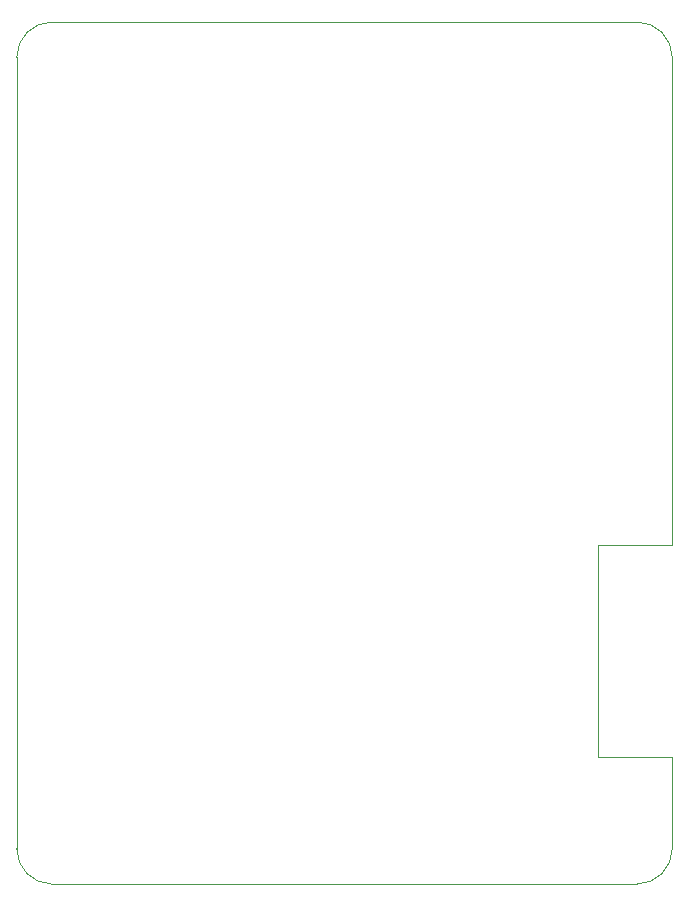
<source format=gbr>
%TF.GenerationSoftware,KiCad,Pcbnew,9.0.6*%
%TF.CreationDate,2026-01-19T20:12:22+07:00*%
%TF.ProjectId,ESP32S3_MOD_DEV,45535033-3253-4335-9f4d-4f445f444556,rev?*%
%TF.SameCoordinates,Original*%
%TF.FileFunction,Profile,NP*%
%FSLAX46Y46*%
G04 Gerber Fmt 4.6, Leading zero omitted, Abs format (unit mm)*
G04 Created by KiCad (PCBNEW 9.0.6) date 2026-01-19 20:12:22*
%MOMM*%
%LPD*%
G01*
G04 APERTURE LIST*
%TA.AperFunction,Profile*%
%ADD10C,0.050000*%
%TD*%
G04 APERTURE END LIST*
D10*
X79000000Y-42500000D02*
G75*
G02*
X82000000Y-39500000I3000000J0D01*
G01*
X128250000Y-83750000D02*
X128250000Y-101750000D01*
X82000000Y-39500000D02*
X131500000Y-39500000D01*
X134500000Y-42500000D02*
X134500000Y-83750000D01*
X131500000Y-39500000D02*
G75*
G02*
X134500000Y-42500000I0J-3000000D01*
G01*
X128250000Y-101750000D02*
X134500000Y-101750000D01*
X134500000Y-83750000D02*
X128250000Y-83750000D01*
X82000000Y-112500000D02*
G75*
G02*
X79000000Y-109500000I0J3000000D01*
G01*
X131500000Y-112500000D02*
X82000000Y-112500000D01*
X79000000Y-109500000D02*
X79000000Y-42500000D01*
X134500000Y-109500000D02*
G75*
G02*
X131500000Y-112500000I-3000000J0D01*
G01*
X134500000Y-109500000D02*
X134500000Y-101750000D01*
M02*

</source>
